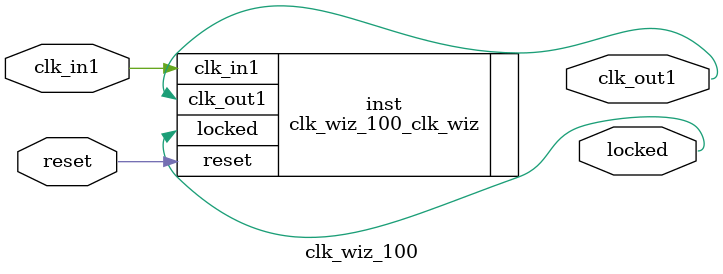
<source format=v>


`timescale 1ps/1ps

(* CORE_GENERATION_INFO = "clk_wiz_100,clk_wiz_v6_0_1_0_0,{component_name=clk_wiz_100,use_phase_alignment=true,use_min_o_jitter=false,use_max_i_jitter=false,use_dyn_phase_shift=false,use_inclk_switchover=false,use_dyn_reconfig=false,enable_axi=0,feedback_source=FDBK_AUTO,PRIMITIVE=PLL,num_out_clk=1,clkin1_period=10.000,clkin2_period=10.000,use_power_down=false,use_reset=true,use_locked=true,use_inclk_stopped=false,feedback_type=SINGLE,CLOCK_MGR_TYPE=NA,manual_override=false}" *)

module clk_wiz_100 
 (
  // Clock out ports
  output        clk_out1,
  // Status and control signals
  input         reset,
  output        locked,
 // Clock in ports
  input         clk_in1
 );

  clk_wiz_100_clk_wiz inst
  (
  // Clock out ports  
  .clk_out1(clk_out1),
  // Status and control signals               
  .reset(reset), 
  .locked(locked),
 // Clock in ports
  .clk_in1(clk_in1)
  );

endmodule

</source>
